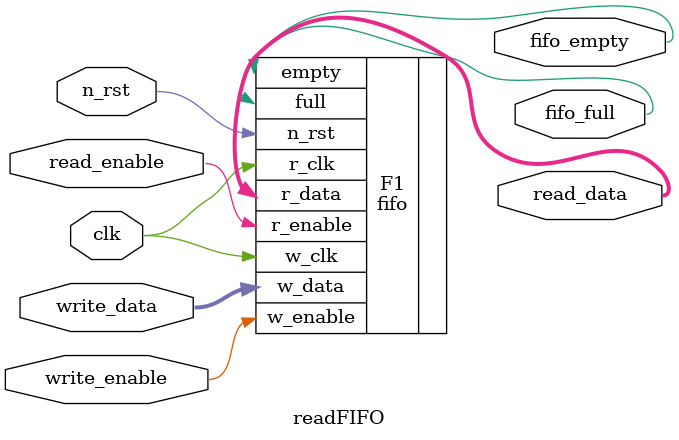
<source format=sv>

module readFIFO (
	input wire	clk,
			n_rst,
			read_enable,
			write_enable,
	input wire	[7:0] write_data,
	output reg	[7:0] read_data,
	output reg	fifo_empty,
			fifo_full
) ;

	fifo F1 (.r_clk(clk), .w_clk(clk), .n_rst(n_rst), .r_enable(read_enable), .w_enable(write_enable), .w_data(write_data), .r_data(read_data), .empty(fifo_empty), .full(fifo_full)) ;

endmodule		

</source>
